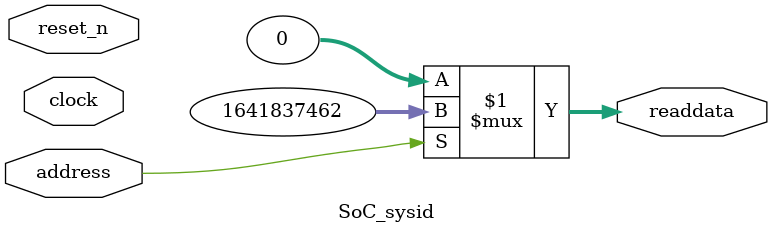
<source format=v>

`timescale 1ns / 1ps
// synthesis translate_on

// turn off superfluous verilog processor warnings 
// altera message_level Level1 
// altera message_off 10034 10035 10036 10037 10230 10240 10030 

module SoC_sysid (
               // inputs:
                address,
                clock,
                reset_n,

               // outputs:
                readdata
             )
;

  output  [ 31: 0] readdata;
  input            address;
  input            clock;
  input            reset_n;

  wire    [ 31: 0] readdata;
  //control_slave, which is an e_avalon_slave
  assign readdata = address ? 1641837462 : 0;

endmodule




</source>
